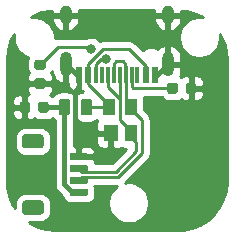
<source format=gtl>
G04 #@! TF.GenerationSoftware,KiCad,Pcbnew,(5.1.0)-1*
G04 #@! TF.CreationDate,2019-04-26T02:02:26-07:00*
G04 #@! TF.ProjectId,daughterboard,64617567-6874-4657-9262-6f6172642e6b,rev?*
G04 #@! TF.SameCoordinates,Original*
G04 #@! TF.FileFunction,Copper,L1,Top*
G04 #@! TF.FilePolarity,Positive*
%FSLAX46Y46*%
G04 Gerber Fmt 4.6, Leading zero omitted, Abs format (unit mm)*
G04 Created by KiCad (PCBNEW (5.1.0)-1) date 2019-04-26 02:02:26*
%MOMM*%
%LPD*%
G04 APERTURE LIST*
%ADD10R,1.200000X1.400000*%
%ADD11R,1.000000X1.400000*%
%ADD12R,0.600000X1.450000*%
%ADD13R,0.300000X1.450000*%
%ADD14O,1.000000X2.100000*%
%ADD15O,1.000000X1.600000*%
%ADD16C,0.100000*%
%ADD17C,0.600000*%
%ADD18C,1.200000*%
%ADD19C,0.875000*%
%ADD20C,0.975000*%
%ADD21C,0.800000*%
%ADD22C,0.381000*%
%ADD23C,0.254000*%
%ADD24C,0.250000*%
G04 APERTURE END LIST*
D10*
X9480000Y-11100000D03*
D11*
X11200000Y-11100000D03*
X11200000Y-8900000D03*
X9300000Y-8900000D03*
D12*
X6775000Y-6195000D03*
X13225000Y-6195000D03*
X7550000Y-6195000D03*
X12450000Y-6195000D03*
D13*
X11750000Y-6195000D03*
X8250000Y-6195000D03*
X11250000Y-6195000D03*
X8750000Y-6195000D03*
X10750000Y-6195000D03*
X9250000Y-6195000D03*
X9750000Y-6195000D03*
X10250000Y-6195000D03*
D14*
X14320000Y-5280000D03*
X5680000Y-5280000D03*
D15*
X14320000Y-1100000D03*
X5680000Y-1100000D03*
D16*
G36*
X7414703Y-12800722D02*
G01*
X7429264Y-12802882D01*
X7443543Y-12806459D01*
X7457403Y-12811418D01*
X7470710Y-12817712D01*
X7483336Y-12825280D01*
X7495159Y-12834048D01*
X7506066Y-12843934D01*
X7515952Y-12854841D01*
X7524720Y-12866664D01*
X7532288Y-12879290D01*
X7538582Y-12892597D01*
X7543541Y-12906457D01*
X7547118Y-12920736D01*
X7549278Y-12935297D01*
X7550000Y-12950000D01*
X7550000Y-13250000D01*
X7549278Y-13264703D01*
X7547118Y-13279264D01*
X7543541Y-13293543D01*
X7538582Y-13307403D01*
X7532288Y-13320710D01*
X7524720Y-13333336D01*
X7515952Y-13345159D01*
X7506066Y-13356066D01*
X7495159Y-13365952D01*
X7483336Y-13374720D01*
X7470710Y-13382288D01*
X7457403Y-13388582D01*
X7443543Y-13393541D01*
X7429264Y-13397118D01*
X7414703Y-13399278D01*
X7400000Y-13400000D01*
X6150000Y-13400000D01*
X6135297Y-13399278D01*
X6120736Y-13397118D01*
X6106457Y-13393541D01*
X6092597Y-13388582D01*
X6079290Y-13382288D01*
X6066664Y-13374720D01*
X6054841Y-13365952D01*
X6043934Y-13356066D01*
X6034048Y-13345159D01*
X6025280Y-13333336D01*
X6017712Y-13320710D01*
X6011418Y-13307403D01*
X6006459Y-13293543D01*
X6002882Y-13279264D01*
X6000722Y-13264703D01*
X6000000Y-13250000D01*
X6000000Y-12950000D01*
X6000722Y-12935297D01*
X6002882Y-12920736D01*
X6006459Y-12906457D01*
X6011418Y-12892597D01*
X6017712Y-12879290D01*
X6025280Y-12866664D01*
X6034048Y-12854841D01*
X6043934Y-12843934D01*
X6054841Y-12834048D01*
X6066664Y-12825280D01*
X6079290Y-12817712D01*
X6092597Y-12811418D01*
X6106457Y-12806459D01*
X6120736Y-12802882D01*
X6135297Y-12800722D01*
X6150000Y-12800000D01*
X7400000Y-12800000D01*
X7414703Y-12800722D01*
X7414703Y-12800722D01*
G37*
D17*
X6775000Y-13100000D03*
D16*
G36*
X7414703Y-13800722D02*
G01*
X7429264Y-13802882D01*
X7443543Y-13806459D01*
X7457403Y-13811418D01*
X7470710Y-13817712D01*
X7483336Y-13825280D01*
X7495159Y-13834048D01*
X7506066Y-13843934D01*
X7515952Y-13854841D01*
X7524720Y-13866664D01*
X7532288Y-13879290D01*
X7538582Y-13892597D01*
X7543541Y-13906457D01*
X7547118Y-13920736D01*
X7549278Y-13935297D01*
X7550000Y-13950000D01*
X7550000Y-14250000D01*
X7549278Y-14264703D01*
X7547118Y-14279264D01*
X7543541Y-14293543D01*
X7538582Y-14307403D01*
X7532288Y-14320710D01*
X7524720Y-14333336D01*
X7515952Y-14345159D01*
X7506066Y-14356066D01*
X7495159Y-14365952D01*
X7483336Y-14374720D01*
X7470710Y-14382288D01*
X7457403Y-14388582D01*
X7443543Y-14393541D01*
X7429264Y-14397118D01*
X7414703Y-14399278D01*
X7400000Y-14400000D01*
X6150000Y-14400000D01*
X6135297Y-14399278D01*
X6120736Y-14397118D01*
X6106457Y-14393541D01*
X6092597Y-14388582D01*
X6079290Y-14382288D01*
X6066664Y-14374720D01*
X6054841Y-14365952D01*
X6043934Y-14356066D01*
X6034048Y-14345159D01*
X6025280Y-14333336D01*
X6017712Y-14320710D01*
X6011418Y-14307403D01*
X6006459Y-14293543D01*
X6002882Y-14279264D01*
X6000722Y-14264703D01*
X6000000Y-14250000D01*
X6000000Y-13950000D01*
X6000722Y-13935297D01*
X6002882Y-13920736D01*
X6006459Y-13906457D01*
X6011418Y-13892597D01*
X6017712Y-13879290D01*
X6025280Y-13866664D01*
X6034048Y-13854841D01*
X6043934Y-13843934D01*
X6054841Y-13834048D01*
X6066664Y-13825280D01*
X6079290Y-13817712D01*
X6092597Y-13811418D01*
X6106457Y-13806459D01*
X6120736Y-13802882D01*
X6135297Y-13800722D01*
X6150000Y-13800000D01*
X7400000Y-13800000D01*
X7414703Y-13800722D01*
X7414703Y-13800722D01*
G37*
D17*
X6775000Y-14100000D03*
D16*
G36*
X7414703Y-14800722D02*
G01*
X7429264Y-14802882D01*
X7443543Y-14806459D01*
X7457403Y-14811418D01*
X7470710Y-14817712D01*
X7483336Y-14825280D01*
X7495159Y-14834048D01*
X7506066Y-14843934D01*
X7515952Y-14854841D01*
X7524720Y-14866664D01*
X7532288Y-14879290D01*
X7538582Y-14892597D01*
X7543541Y-14906457D01*
X7547118Y-14920736D01*
X7549278Y-14935297D01*
X7550000Y-14950000D01*
X7550000Y-15250000D01*
X7549278Y-15264703D01*
X7547118Y-15279264D01*
X7543541Y-15293543D01*
X7538582Y-15307403D01*
X7532288Y-15320710D01*
X7524720Y-15333336D01*
X7515952Y-15345159D01*
X7506066Y-15356066D01*
X7495159Y-15365952D01*
X7483336Y-15374720D01*
X7470710Y-15382288D01*
X7457403Y-15388582D01*
X7443543Y-15393541D01*
X7429264Y-15397118D01*
X7414703Y-15399278D01*
X7400000Y-15400000D01*
X6150000Y-15400000D01*
X6135297Y-15399278D01*
X6120736Y-15397118D01*
X6106457Y-15393541D01*
X6092597Y-15388582D01*
X6079290Y-15382288D01*
X6066664Y-15374720D01*
X6054841Y-15365952D01*
X6043934Y-15356066D01*
X6034048Y-15345159D01*
X6025280Y-15333336D01*
X6017712Y-15320710D01*
X6011418Y-15307403D01*
X6006459Y-15293543D01*
X6002882Y-15279264D01*
X6000722Y-15264703D01*
X6000000Y-15250000D01*
X6000000Y-14950000D01*
X6000722Y-14935297D01*
X6002882Y-14920736D01*
X6006459Y-14906457D01*
X6011418Y-14892597D01*
X6017712Y-14879290D01*
X6025280Y-14866664D01*
X6034048Y-14854841D01*
X6043934Y-14843934D01*
X6054841Y-14834048D01*
X6066664Y-14825280D01*
X6079290Y-14817712D01*
X6092597Y-14811418D01*
X6106457Y-14806459D01*
X6120736Y-14802882D01*
X6135297Y-14800722D01*
X6150000Y-14800000D01*
X7400000Y-14800000D01*
X7414703Y-14800722D01*
X7414703Y-14800722D01*
G37*
D17*
X6775000Y-15100000D03*
D16*
G36*
X7414703Y-15800722D02*
G01*
X7429264Y-15802882D01*
X7443543Y-15806459D01*
X7457403Y-15811418D01*
X7470710Y-15817712D01*
X7483336Y-15825280D01*
X7495159Y-15834048D01*
X7506066Y-15843934D01*
X7515952Y-15854841D01*
X7524720Y-15866664D01*
X7532288Y-15879290D01*
X7538582Y-15892597D01*
X7543541Y-15906457D01*
X7547118Y-15920736D01*
X7549278Y-15935297D01*
X7550000Y-15950000D01*
X7550000Y-16250000D01*
X7549278Y-16264703D01*
X7547118Y-16279264D01*
X7543541Y-16293543D01*
X7538582Y-16307403D01*
X7532288Y-16320710D01*
X7524720Y-16333336D01*
X7515952Y-16345159D01*
X7506066Y-16356066D01*
X7495159Y-16365952D01*
X7483336Y-16374720D01*
X7470710Y-16382288D01*
X7457403Y-16388582D01*
X7443543Y-16393541D01*
X7429264Y-16397118D01*
X7414703Y-16399278D01*
X7400000Y-16400000D01*
X6150000Y-16400000D01*
X6135297Y-16399278D01*
X6120736Y-16397118D01*
X6106457Y-16393541D01*
X6092597Y-16388582D01*
X6079290Y-16382288D01*
X6066664Y-16374720D01*
X6054841Y-16365952D01*
X6043934Y-16356066D01*
X6034048Y-16345159D01*
X6025280Y-16333336D01*
X6017712Y-16320710D01*
X6011418Y-16307403D01*
X6006459Y-16293543D01*
X6002882Y-16279264D01*
X6000722Y-16264703D01*
X6000000Y-16250000D01*
X6000000Y-15950000D01*
X6000722Y-15935297D01*
X6002882Y-15920736D01*
X6006459Y-15906457D01*
X6011418Y-15892597D01*
X6017712Y-15879290D01*
X6025280Y-15866664D01*
X6034048Y-15854841D01*
X6043934Y-15843934D01*
X6054841Y-15834048D01*
X6066664Y-15825280D01*
X6079290Y-15817712D01*
X6092597Y-15811418D01*
X6106457Y-15806459D01*
X6120736Y-15802882D01*
X6135297Y-15800722D01*
X6150000Y-15800000D01*
X7400000Y-15800000D01*
X7414703Y-15800722D01*
X7414703Y-15800722D01*
G37*
D17*
X6775000Y-16100000D03*
D16*
G36*
X3574505Y-11201204D02*
G01*
X3598773Y-11204804D01*
X3622572Y-11210765D01*
X3645671Y-11219030D01*
X3667850Y-11229520D01*
X3688893Y-11242132D01*
X3708599Y-11256747D01*
X3726777Y-11273223D01*
X3743253Y-11291401D01*
X3757868Y-11311107D01*
X3770480Y-11332150D01*
X3780970Y-11354329D01*
X3789235Y-11377428D01*
X3795196Y-11401227D01*
X3798796Y-11425495D01*
X3800000Y-11449999D01*
X3800000Y-12150001D01*
X3798796Y-12174505D01*
X3795196Y-12198773D01*
X3789235Y-12222572D01*
X3780970Y-12245671D01*
X3770480Y-12267850D01*
X3757868Y-12288893D01*
X3743253Y-12308599D01*
X3726777Y-12326777D01*
X3708599Y-12343253D01*
X3688893Y-12357868D01*
X3667850Y-12370480D01*
X3645671Y-12380970D01*
X3622572Y-12389235D01*
X3598773Y-12395196D01*
X3574505Y-12398796D01*
X3550001Y-12400000D01*
X2249999Y-12400000D01*
X2225495Y-12398796D01*
X2201227Y-12395196D01*
X2177428Y-12389235D01*
X2154329Y-12380970D01*
X2132150Y-12370480D01*
X2111107Y-12357868D01*
X2091401Y-12343253D01*
X2073223Y-12326777D01*
X2056747Y-12308599D01*
X2042132Y-12288893D01*
X2029520Y-12267850D01*
X2019030Y-12245671D01*
X2010765Y-12222572D01*
X2004804Y-12198773D01*
X2001204Y-12174505D01*
X2000000Y-12150001D01*
X2000000Y-11449999D01*
X2001204Y-11425495D01*
X2004804Y-11401227D01*
X2010765Y-11377428D01*
X2019030Y-11354329D01*
X2029520Y-11332150D01*
X2042132Y-11311107D01*
X2056747Y-11291401D01*
X2073223Y-11273223D01*
X2091401Y-11256747D01*
X2111107Y-11242132D01*
X2132150Y-11229520D01*
X2154329Y-11219030D01*
X2177428Y-11210765D01*
X2201227Y-11204804D01*
X2225495Y-11201204D01*
X2249999Y-11200000D01*
X3550001Y-11200000D01*
X3574505Y-11201204D01*
X3574505Y-11201204D01*
G37*
D18*
X2900000Y-11800000D03*
D16*
G36*
X3574505Y-16801204D02*
G01*
X3598773Y-16804804D01*
X3622572Y-16810765D01*
X3645671Y-16819030D01*
X3667850Y-16829520D01*
X3688893Y-16842132D01*
X3708599Y-16856747D01*
X3726777Y-16873223D01*
X3743253Y-16891401D01*
X3757868Y-16911107D01*
X3770480Y-16932150D01*
X3780970Y-16954329D01*
X3789235Y-16977428D01*
X3795196Y-17001227D01*
X3798796Y-17025495D01*
X3800000Y-17049999D01*
X3800000Y-17750001D01*
X3798796Y-17774505D01*
X3795196Y-17798773D01*
X3789235Y-17822572D01*
X3780970Y-17845671D01*
X3770480Y-17867850D01*
X3757868Y-17888893D01*
X3743253Y-17908599D01*
X3726777Y-17926777D01*
X3708599Y-17943253D01*
X3688893Y-17957868D01*
X3667850Y-17970480D01*
X3645671Y-17980970D01*
X3622572Y-17989235D01*
X3598773Y-17995196D01*
X3574505Y-17998796D01*
X3550001Y-18000000D01*
X2249999Y-18000000D01*
X2225495Y-17998796D01*
X2201227Y-17995196D01*
X2177428Y-17989235D01*
X2154329Y-17980970D01*
X2132150Y-17970480D01*
X2111107Y-17957868D01*
X2091401Y-17943253D01*
X2073223Y-17926777D01*
X2056747Y-17908599D01*
X2042132Y-17888893D01*
X2029520Y-17867850D01*
X2019030Y-17845671D01*
X2010765Y-17822572D01*
X2004804Y-17798773D01*
X2001204Y-17774505D01*
X2000000Y-17750001D01*
X2000000Y-17049999D01*
X2001204Y-17025495D01*
X2004804Y-17001227D01*
X2010765Y-16977428D01*
X2019030Y-16954329D01*
X2029520Y-16932150D01*
X2042132Y-16911107D01*
X2056747Y-16891401D01*
X2073223Y-16873223D01*
X2091401Y-16856747D01*
X2111107Y-16842132D01*
X2132150Y-16829520D01*
X2154329Y-16819030D01*
X2177428Y-16810765D01*
X2201227Y-16804804D01*
X2225495Y-16801204D01*
X2249999Y-16800000D01*
X3550001Y-16800000D01*
X3574505Y-16801204D01*
X3574505Y-16801204D01*
G37*
D18*
X2900000Y-17400000D03*
D16*
G36*
X4027691Y-8426053D02*
G01*
X4048926Y-8429203D01*
X4069750Y-8434419D01*
X4089962Y-8441651D01*
X4109368Y-8450830D01*
X4127781Y-8461866D01*
X4145024Y-8474654D01*
X4160930Y-8489070D01*
X4175346Y-8504976D01*
X4188134Y-8522219D01*
X4199170Y-8540632D01*
X4208349Y-8560038D01*
X4215581Y-8580250D01*
X4220797Y-8601074D01*
X4223947Y-8622309D01*
X4225000Y-8643750D01*
X4225000Y-9156250D01*
X4223947Y-9177691D01*
X4220797Y-9198926D01*
X4215581Y-9219750D01*
X4208349Y-9239962D01*
X4199170Y-9259368D01*
X4188134Y-9277781D01*
X4175346Y-9295024D01*
X4160930Y-9310930D01*
X4145024Y-9325346D01*
X4127781Y-9338134D01*
X4109368Y-9349170D01*
X4089962Y-9358349D01*
X4069750Y-9365581D01*
X4048926Y-9370797D01*
X4027691Y-9373947D01*
X4006250Y-9375000D01*
X3568750Y-9375000D01*
X3547309Y-9373947D01*
X3526074Y-9370797D01*
X3505250Y-9365581D01*
X3485038Y-9358349D01*
X3465632Y-9349170D01*
X3447219Y-9338134D01*
X3429976Y-9325346D01*
X3414070Y-9310930D01*
X3399654Y-9295024D01*
X3386866Y-9277781D01*
X3375830Y-9259368D01*
X3366651Y-9239962D01*
X3359419Y-9219750D01*
X3354203Y-9198926D01*
X3351053Y-9177691D01*
X3350000Y-9156250D01*
X3350000Y-8643750D01*
X3351053Y-8622309D01*
X3354203Y-8601074D01*
X3359419Y-8580250D01*
X3366651Y-8560038D01*
X3375830Y-8540632D01*
X3386866Y-8522219D01*
X3399654Y-8504976D01*
X3414070Y-8489070D01*
X3429976Y-8474654D01*
X3447219Y-8461866D01*
X3465632Y-8450830D01*
X3485038Y-8441651D01*
X3505250Y-8434419D01*
X3526074Y-8429203D01*
X3547309Y-8426053D01*
X3568750Y-8425000D01*
X4006250Y-8425000D01*
X4027691Y-8426053D01*
X4027691Y-8426053D01*
G37*
D19*
X3787500Y-8900000D03*
D16*
G36*
X2452691Y-8426053D02*
G01*
X2473926Y-8429203D01*
X2494750Y-8434419D01*
X2514962Y-8441651D01*
X2534368Y-8450830D01*
X2552781Y-8461866D01*
X2570024Y-8474654D01*
X2585930Y-8489070D01*
X2600346Y-8504976D01*
X2613134Y-8522219D01*
X2624170Y-8540632D01*
X2633349Y-8560038D01*
X2640581Y-8580250D01*
X2645797Y-8601074D01*
X2648947Y-8622309D01*
X2650000Y-8643750D01*
X2650000Y-9156250D01*
X2648947Y-9177691D01*
X2645797Y-9198926D01*
X2640581Y-9219750D01*
X2633349Y-9239962D01*
X2624170Y-9259368D01*
X2613134Y-9277781D01*
X2600346Y-9295024D01*
X2585930Y-9310930D01*
X2570024Y-9325346D01*
X2552781Y-9338134D01*
X2534368Y-9349170D01*
X2514962Y-9358349D01*
X2494750Y-9365581D01*
X2473926Y-9370797D01*
X2452691Y-9373947D01*
X2431250Y-9375000D01*
X1993750Y-9375000D01*
X1972309Y-9373947D01*
X1951074Y-9370797D01*
X1930250Y-9365581D01*
X1910038Y-9358349D01*
X1890632Y-9349170D01*
X1872219Y-9338134D01*
X1854976Y-9325346D01*
X1839070Y-9310930D01*
X1824654Y-9295024D01*
X1811866Y-9277781D01*
X1800830Y-9259368D01*
X1791651Y-9239962D01*
X1784419Y-9219750D01*
X1779203Y-9198926D01*
X1776053Y-9177691D01*
X1775000Y-9156250D01*
X1775000Y-8643750D01*
X1776053Y-8622309D01*
X1779203Y-8601074D01*
X1784419Y-8580250D01*
X1791651Y-8560038D01*
X1800830Y-8540632D01*
X1811866Y-8522219D01*
X1824654Y-8504976D01*
X1839070Y-8489070D01*
X1854976Y-8474654D01*
X1872219Y-8461866D01*
X1890632Y-8450830D01*
X1910038Y-8441651D01*
X1930250Y-8434419D01*
X1951074Y-8429203D01*
X1972309Y-8426053D01*
X1993750Y-8425000D01*
X2431250Y-8425000D01*
X2452691Y-8426053D01*
X2452691Y-8426053D01*
G37*
D19*
X2212500Y-8900000D03*
D16*
G36*
X7705142Y-8201174D02*
G01*
X7728803Y-8204684D01*
X7752007Y-8210496D01*
X7774529Y-8218554D01*
X7796153Y-8228782D01*
X7816670Y-8241079D01*
X7835883Y-8255329D01*
X7853607Y-8271393D01*
X7869671Y-8289117D01*
X7883921Y-8308330D01*
X7896218Y-8328847D01*
X7906446Y-8350471D01*
X7914504Y-8372993D01*
X7920316Y-8396197D01*
X7923826Y-8419858D01*
X7925000Y-8443750D01*
X7925000Y-9356250D01*
X7923826Y-9380142D01*
X7920316Y-9403803D01*
X7914504Y-9427007D01*
X7906446Y-9449529D01*
X7896218Y-9471153D01*
X7883921Y-9491670D01*
X7869671Y-9510883D01*
X7853607Y-9528607D01*
X7835883Y-9544671D01*
X7816670Y-9558921D01*
X7796153Y-9571218D01*
X7774529Y-9581446D01*
X7752007Y-9589504D01*
X7728803Y-9595316D01*
X7705142Y-9598826D01*
X7681250Y-9600000D01*
X7193750Y-9600000D01*
X7169858Y-9598826D01*
X7146197Y-9595316D01*
X7122993Y-9589504D01*
X7100471Y-9581446D01*
X7078847Y-9571218D01*
X7058330Y-9558921D01*
X7039117Y-9544671D01*
X7021393Y-9528607D01*
X7005329Y-9510883D01*
X6991079Y-9491670D01*
X6978782Y-9471153D01*
X6968554Y-9449529D01*
X6960496Y-9427007D01*
X6954684Y-9403803D01*
X6951174Y-9380142D01*
X6950000Y-9356250D01*
X6950000Y-8443750D01*
X6951174Y-8419858D01*
X6954684Y-8396197D01*
X6960496Y-8372993D01*
X6968554Y-8350471D01*
X6978782Y-8328847D01*
X6991079Y-8308330D01*
X7005329Y-8289117D01*
X7021393Y-8271393D01*
X7039117Y-8255329D01*
X7058330Y-8241079D01*
X7078847Y-8228782D01*
X7100471Y-8218554D01*
X7122993Y-8210496D01*
X7146197Y-8204684D01*
X7169858Y-8201174D01*
X7193750Y-8200000D01*
X7681250Y-8200000D01*
X7705142Y-8201174D01*
X7705142Y-8201174D01*
G37*
D20*
X7437500Y-8900000D03*
D16*
G36*
X5830142Y-8201174D02*
G01*
X5853803Y-8204684D01*
X5877007Y-8210496D01*
X5899529Y-8218554D01*
X5921153Y-8228782D01*
X5941670Y-8241079D01*
X5960883Y-8255329D01*
X5978607Y-8271393D01*
X5994671Y-8289117D01*
X6008921Y-8308330D01*
X6021218Y-8328847D01*
X6031446Y-8350471D01*
X6039504Y-8372993D01*
X6045316Y-8396197D01*
X6048826Y-8419858D01*
X6050000Y-8443750D01*
X6050000Y-9356250D01*
X6048826Y-9380142D01*
X6045316Y-9403803D01*
X6039504Y-9427007D01*
X6031446Y-9449529D01*
X6021218Y-9471153D01*
X6008921Y-9491670D01*
X5994671Y-9510883D01*
X5978607Y-9528607D01*
X5960883Y-9544671D01*
X5941670Y-9558921D01*
X5921153Y-9571218D01*
X5899529Y-9581446D01*
X5877007Y-9589504D01*
X5853803Y-9595316D01*
X5830142Y-9598826D01*
X5806250Y-9600000D01*
X5318750Y-9600000D01*
X5294858Y-9598826D01*
X5271197Y-9595316D01*
X5247993Y-9589504D01*
X5225471Y-9581446D01*
X5203847Y-9571218D01*
X5183330Y-9558921D01*
X5164117Y-9544671D01*
X5146393Y-9528607D01*
X5130329Y-9510883D01*
X5116079Y-9491670D01*
X5103782Y-9471153D01*
X5093554Y-9449529D01*
X5085496Y-9427007D01*
X5079684Y-9403803D01*
X5076174Y-9380142D01*
X5075000Y-9356250D01*
X5075000Y-8443750D01*
X5076174Y-8419858D01*
X5079684Y-8396197D01*
X5085496Y-8372993D01*
X5093554Y-8350471D01*
X5103782Y-8328847D01*
X5116079Y-8308330D01*
X5130329Y-8289117D01*
X5146393Y-8271393D01*
X5164117Y-8255329D01*
X5183330Y-8241079D01*
X5203847Y-8228782D01*
X5225471Y-8218554D01*
X5247993Y-8210496D01*
X5271197Y-8204684D01*
X5294858Y-8201174D01*
X5318750Y-8200000D01*
X5806250Y-8200000D01*
X5830142Y-8201174D01*
X5830142Y-8201174D01*
G37*
D20*
X5562500Y-8900000D03*
D16*
G36*
X16527691Y-6826053D02*
G01*
X16548926Y-6829203D01*
X16569750Y-6834419D01*
X16589962Y-6841651D01*
X16609368Y-6850830D01*
X16627781Y-6861866D01*
X16645024Y-6874654D01*
X16660930Y-6889070D01*
X16675346Y-6904976D01*
X16688134Y-6922219D01*
X16699170Y-6940632D01*
X16708349Y-6960038D01*
X16715581Y-6980250D01*
X16720797Y-7001074D01*
X16723947Y-7022309D01*
X16725000Y-7043750D01*
X16725000Y-7556250D01*
X16723947Y-7577691D01*
X16720797Y-7598926D01*
X16715581Y-7619750D01*
X16708349Y-7639962D01*
X16699170Y-7659368D01*
X16688134Y-7677781D01*
X16675346Y-7695024D01*
X16660930Y-7710930D01*
X16645024Y-7725346D01*
X16627781Y-7738134D01*
X16609368Y-7749170D01*
X16589962Y-7758349D01*
X16569750Y-7765581D01*
X16548926Y-7770797D01*
X16527691Y-7773947D01*
X16506250Y-7775000D01*
X16068750Y-7775000D01*
X16047309Y-7773947D01*
X16026074Y-7770797D01*
X16005250Y-7765581D01*
X15985038Y-7758349D01*
X15965632Y-7749170D01*
X15947219Y-7738134D01*
X15929976Y-7725346D01*
X15914070Y-7710930D01*
X15899654Y-7695024D01*
X15886866Y-7677781D01*
X15875830Y-7659368D01*
X15866651Y-7639962D01*
X15859419Y-7619750D01*
X15854203Y-7598926D01*
X15851053Y-7577691D01*
X15850000Y-7556250D01*
X15850000Y-7043750D01*
X15851053Y-7022309D01*
X15854203Y-7001074D01*
X15859419Y-6980250D01*
X15866651Y-6960038D01*
X15875830Y-6940632D01*
X15886866Y-6922219D01*
X15899654Y-6904976D01*
X15914070Y-6889070D01*
X15929976Y-6874654D01*
X15947219Y-6861866D01*
X15965632Y-6850830D01*
X15985038Y-6841651D01*
X16005250Y-6834419D01*
X16026074Y-6829203D01*
X16047309Y-6826053D01*
X16068750Y-6825000D01*
X16506250Y-6825000D01*
X16527691Y-6826053D01*
X16527691Y-6826053D01*
G37*
D19*
X16287500Y-7300000D03*
D16*
G36*
X14952691Y-6826053D02*
G01*
X14973926Y-6829203D01*
X14994750Y-6834419D01*
X15014962Y-6841651D01*
X15034368Y-6850830D01*
X15052781Y-6861866D01*
X15070024Y-6874654D01*
X15085930Y-6889070D01*
X15100346Y-6904976D01*
X15113134Y-6922219D01*
X15124170Y-6940632D01*
X15133349Y-6960038D01*
X15140581Y-6980250D01*
X15145797Y-7001074D01*
X15148947Y-7022309D01*
X15150000Y-7043750D01*
X15150000Y-7556250D01*
X15148947Y-7577691D01*
X15145797Y-7598926D01*
X15140581Y-7619750D01*
X15133349Y-7639962D01*
X15124170Y-7659368D01*
X15113134Y-7677781D01*
X15100346Y-7695024D01*
X15085930Y-7710930D01*
X15070024Y-7725346D01*
X15052781Y-7738134D01*
X15034368Y-7749170D01*
X15014962Y-7758349D01*
X14994750Y-7765581D01*
X14973926Y-7770797D01*
X14952691Y-7773947D01*
X14931250Y-7775000D01*
X14493750Y-7775000D01*
X14472309Y-7773947D01*
X14451074Y-7770797D01*
X14430250Y-7765581D01*
X14410038Y-7758349D01*
X14390632Y-7749170D01*
X14372219Y-7738134D01*
X14354976Y-7725346D01*
X14339070Y-7710930D01*
X14324654Y-7695024D01*
X14311866Y-7677781D01*
X14300830Y-7659368D01*
X14291651Y-7639962D01*
X14284419Y-7619750D01*
X14279203Y-7598926D01*
X14276053Y-7577691D01*
X14275000Y-7556250D01*
X14275000Y-7043750D01*
X14276053Y-7022309D01*
X14279203Y-7001074D01*
X14284419Y-6980250D01*
X14291651Y-6960038D01*
X14300830Y-6940632D01*
X14311866Y-6922219D01*
X14324654Y-6904976D01*
X14339070Y-6889070D01*
X14354976Y-6874654D01*
X14372219Y-6861866D01*
X14390632Y-6850830D01*
X14410038Y-6841651D01*
X14430250Y-6834419D01*
X14451074Y-6829203D01*
X14472309Y-6826053D01*
X14493750Y-6825000D01*
X14931250Y-6825000D01*
X14952691Y-6826053D01*
X14952691Y-6826053D01*
G37*
D19*
X14712500Y-7300000D03*
D16*
G36*
X3777691Y-4876053D02*
G01*
X3798926Y-4879203D01*
X3819750Y-4884419D01*
X3839962Y-4891651D01*
X3859368Y-4900830D01*
X3877781Y-4911866D01*
X3895024Y-4924654D01*
X3910930Y-4939070D01*
X3925346Y-4954976D01*
X3938134Y-4972219D01*
X3949170Y-4990632D01*
X3958349Y-5010038D01*
X3965581Y-5030250D01*
X3970797Y-5051074D01*
X3973947Y-5072309D01*
X3975000Y-5093750D01*
X3975000Y-5531250D01*
X3973947Y-5552691D01*
X3970797Y-5573926D01*
X3965581Y-5594750D01*
X3958349Y-5614962D01*
X3949170Y-5634368D01*
X3938134Y-5652781D01*
X3925346Y-5670024D01*
X3910930Y-5685930D01*
X3895024Y-5700346D01*
X3877781Y-5713134D01*
X3859368Y-5724170D01*
X3839962Y-5733349D01*
X3819750Y-5740581D01*
X3798926Y-5745797D01*
X3777691Y-5748947D01*
X3756250Y-5750000D01*
X3243750Y-5750000D01*
X3222309Y-5748947D01*
X3201074Y-5745797D01*
X3180250Y-5740581D01*
X3160038Y-5733349D01*
X3140632Y-5724170D01*
X3122219Y-5713134D01*
X3104976Y-5700346D01*
X3089070Y-5685930D01*
X3074654Y-5670024D01*
X3061866Y-5652781D01*
X3050830Y-5634368D01*
X3041651Y-5614962D01*
X3034419Y-5594750D01*
X3029203Y-5573926D01*
X3026053Y-5552691D01*
X3025000Y-5531250D01*
X3025000Y-5093750D01*
X3026053Y-5072309D01*
X3029203Y-5051074D01*
X3034419Y-5030250D01*
X3041651Y-5010038D01*
X3050830Y-4990632D01*
X3061866Y-4972219D01*
X3074654Y-4954976D01*
X3089070Y-4939070D01*
X3104976Y-4924654D01*
X3122219Y-4911866D01*
X3140632Y-4900830D01*
X3160038Y-4891651D01*
X3180250Y-4884419D01*
X3201074Y-4879203D01*
X3222309Y-4876053D01*
X3243750Y-4875000D01*
X3756250Y-4875000D01*
X3777691Y-4876053D01*
X3777691Y-4876053D01*
G37*
D19*
X3500000Y-5312500D03*
D16*
G36*
X3777691Y-6451053D02*
G01*
X3798926Y-6454203D01*
X3819750Y-6459419D01*
X3839962Y-6466651D01*
X3859368Y-6475830D01*
X3877781Y-6486866D01*
X3895024Y-6499654D01*
X3910930Y-6514070D01*
X3925346Y-6529976D01*
X3938134Y-6547219D01*
X3949170Y-6565632D01*
X3958349Y-6585038D01*
X3965581Y-6605250D01*
X3970797Y-6626074D01*
X3973947Y-6647309D01*
X3975000Y-6668750D01*
X3975000Y-7106250D01*
X3973947Y-7127691D01*
X3970797Y-7148926D01*
X3965581Y-7169750D01*
X3958349Y-7189962D01*
X3949170Y-7209368D01*
X3938134Y-7227781D01*
X3925346Y-7245024D01*
X3910930Y-7260930D01*
X3895024Y-7275346D01*
X3877781Y-7288134D01*
X3859368Y-7299170D01*
X3839962Y-7308349D01*
X3819750Y-7315581D01*
X3798926Y-7320797D01*
X3777691Y-7323947D01*
X3756250Y-7325000D01*
X3243750Y-7325000D01*
X3222309Y-7323947D01*
X3201074Y-7320797D01*
X3180250Y-7315581D01*
X3160038Y-7308349D01*
X3140632Y-7299170D01*
X3122219Y-7288134D01*
X3104976Y-7275346D01*
X3089070Y-7260930D01*
X3074654Y-7245024D01*
X3061866Y-7227781D01*
X3050830Y-7209368D01*
X3041651Y-7189962D01*
X3034419Y-7169750D01*
X3029203Y-7148926D01*
X3026053Y-7127691D01*
X3025000Y-7106250D01*
X3025000Y-6668750D01*
X3026053Y-6647309D01*
X3029203Y-6626074D01*
X3034419Y-6605250D01*
X3041651Y-6585038D01*
X3050830Y-6565632D01*
X3061866Y-6547219D01*
X3074654Y-6529976D01*
X3089070Y-6514070D01*
X3104976Y-6499654D01*
X3122219Y-6486866D01*
X3140632Y-6475830D01*
X3160038Y-6466651D01*
X3180250Y-6459419D01*
X3201074Y-6454203D01*
X3222309Y-6451053D01*
X3243750Y-6450000D01*
X3756250Y-6450000D01*
X3777691Y-6451053D01*
X3777691Y-6451053D01*
G37*
D19*
X3500000Y-6887500D03*
D21*
X9100000Y-4800000D03*
X7796202Y-3996202D03*
D22*
X5562500Y-8900000D02*
X3787500Y-8900000D01*
X5562500Y-9700000D02*
X5562500Y-8900000D01*
X5562500Y-15431424D02*
X5562500Y-9700000D01*
X6231076Y-16100000D02*
X5562500Y-15431424D01*
X6775000Y-16100000D02*
X6231076Y-16100000D01*
X7700000Y-11100000D02*
X6500000Y-9900000D01*
X9480000Y-11100000D02*
X7700000Y-11100000D01*
X6775000Y-7301000D02*
X6775000Y-6195000D01*
X6500000Y-7576000D02*
X6775000Y-7301000D01*
X6500000Y-9900000D02*
X6500000Y-7576000D01*
X6595000Y-6195000D02*
X5680000Y-5280000D01*
X6775000Y-6195000D02*
X6595000Y-6195000D01*
X13405000Y-6195000D02*
X14320000Y-5280000D01*
X13225000Y-6195000D02*
X13405000Y-6195000D01*
D23*
X7046400Y-14828600D02*
X10094690Y-14828600D01*
X6775000Y-15100000D02*
X7046400Y-14828600D01*
X11200000Y-9100000D02*
X12100000Y-10000000D01*
X11200000Y-8900000D02*
X11200000Y-9100000D01*
X12100000Y-12823290D02*
X10094690Y-14828600D01*
X12100000Y-10000000D02*
X12100000Y-12823290D01*
X10750000Y-8450000D02*
X11200000Y-8900000D01*
X10750000Y-6195000D02*
X10750000Y-8450000D01*
X10730201Y-5430201D02*
X10730201Y-5230201D01*
X10750000Y-6195000D02*
X10750000Y-5450000D01*
X10750000Y-5450000D02*
X10730201Y-5430201D01*
X10730201Y-5230201D02*
X10500000Y-5000000D01*
X9750000Y-5216000D02*
X9750000Y-6195000D01*
X9966000Y-5000000D02*
X9750000Y-5216000D01*
X10500000Y-5000000D02*
X9966000Y-5000000D01*
X6775000Y-14100000D02*
X7046400Y-14371400D01*
X7046400Y-14371400D02*
X9905310Y-14371400D01*
X11200000Y-11400000D02*
X11642790Y-11842790D01*
X11200000Y-11100000D02*
X11200000Y-11400000D01*
X11642790Y-11842790D02*
X11642790Y-12633908D01*
X9905310Y-14371388D02*
X9905310Y-14371400D01*
X11642790Y-12633908D02*
X9905310Y-14371388D01*
X11200000Y-10900000D02*
X11200000Y-11100000D01*
X10250000Y-9950000D02*
X11200000Y-10900000D01*
X10250000Y-8174000D02*
X10250000Y-8550000D01*
X9250000Y-7174000D02*
X10250000Y-8174000D01*
X9250000Y-6195000D02*
X9250000Y-7174000D01*
X10250000Y-6195000D02*
X10250000Y-8550000D01*
X10250000Y-8550000D02*
X10250000Y-9950000D01*
X11250000Y-7174000D02*
X11376000Y-7300000D01*
X11250000Y-6195000D02*
X11250000Y-7174000D01*
X11376000Y-7300000D02*
X14712500Y-7300000D01*
X8666000Y-4800000D02*
X9100000Y-4800000D01*
X8250000Y-6195000D02*
X8250000Y-5216000D01*
X8250000Y-5216000D02*
X8666000Y-4800000D01*
X7600000Y-3800000D02*
X7796202Y-3996202D01*
X3500000Y-5312500D02*
X5012500Y-3800000D01*
X5012500Y-3800000D02*
X7600000Y-3800000D01*
D24*
X7550000Y-6950000D02*
X7550000Y-6195000D01*
X9300000Y-8700000D02*
X7550000Y-6950000D01*
X9300000Y-8900000D02*
X9300000Y-8700000D01*
X7437500Y-8900000D02*
X9300000Y-8900000D01*
X9400000Y-4000000D02*
X9600000Y-4000000D01*
X12450000Y-5429238D02*
X12450000Y-6195000D01*
X8822236Y-4000000D02*
X9400000Y-4000000D01*
X7550000Y-5272236D02*
X8822236Y-4000000D01*
X7550000Y-6195000D02*
X7550000Y-5272236D01*
X11020762Y-4000000D02*
X12450000Y-5429238D01*
X9400000Y-4000000D02*
X11020762Y-4000000D01*
D23*
G36*
X13185000Y-973000D02*
G01*
X14193000Y-973000D01*
X14193000Y-953000D01*
X14447000Y-953000D01*
X14447000Y-973000D01*
X15455000Y-973000D01*
X15455000Y-732976D01*
X15975465Y-780800D01*
X16688710Y-981956D01*
X17324715Y-1295599D01*
X17170883Y-1265000D01*
X16829117Y-1265000D01*
X16493919Y-1331675D01*
X16178169Y-1462463D01*
X15894002Y-1652337D01*
X15652337Y-1894002D01*
X15462463Y-2178169D01*
X15331675Y-2493919D01*
X15265000Y-2829117D01*
X15265000Y-3170883D01*
X15331675Y-3506081D01*
X15462463Y-3821831D01*
X15652337Y-4105998D01*
X15894002Y-4347663D01*
X16178169Y-4537537D01*
X16493919Y-4668325D01*
X16829117Y-4735000D01*
X17170883Y-4735000D01*
X17506081Y-4668325D01*
X17821831Y-4537537D01*
X18105998Y-4347663D01*
X18347663Y-4105998D01*
X18537537Y-3821831D01*
X18668325Y-3506081D01*
X18735000Y-3170883D01*
X18735000Y-2829117D01*
X18711642Y-2711688D01*
X18845639Y-2924060D01*
X19120250Y-3612379D01*
X19267564Y-4352973D01*
X19290000Y-4781092D01*
X19290001Y-15204943D01*
X19219200Y-15975465D01*
X19018044Y-16688710D01*
X18690272Y-17353366D01*
X18246872Y-17947151D01*
X17702685Y-18450191D01*
X17075940Y-18845639D01*
X16387625Y-19120248D01*
X15647026Y-19267564D01*
X15218908Y-19290000D01*
X4795046Y-19290000D01*
X4024535Y-19219200D01*
X3311290Y-19018044D01*
X2646634Y-18690272D01*
X2576730Y-18638072D01*
X3550001Y-18638072D01*
X3723255Y-18621008D01*
X3889851Y-18570472D01*
X4043387Y-18488405D01*
X4177962Y-18377962D01*
X4288405Y-18243387D01*
X4370472Y-18089851D01*
X4421008Y-17923255D01*
X4438072Y-17750001D01*
X4438072Y-17049999D01*
X4421008Y-16876745D01*
X4370472Y-16710149D01*
X4288405Y-16556613D01*
X4177962Y-16422038D01*
X4043387Y-16311595D01*
X3889851Y-16229528D01*
X3723255Y-16178992D01*
X3550001Y-16161928D01*
X2249999Y-16161928D01*
X2076745Y-16178992D01*
X1910149Y-16229528D01*
X1756613Y-16311595D01*
X1622038Y-16422038D01*
X1511595Y-16556613D01*
X1429528Y-16710149D01*
X1378992Y-16876745D01*
X1361928Y-17049999D01*
X1361928Y-17404913D01*
X1154361Y-17075940D01*
X879752Y-16387625D01*
X732436Y-15647026D01*
X710000Y-15218908D01*
X710000Y-11449999D01*
X1361928Y-11449999D01*
X1361928Y-12150001D01*
X1378992Y-12323255D01*
X1429528Y-12489851D01*
X1511595Y-12643387D01*
X1622038Y-12777962D01*
X1756613Y-12888405D01*
X1910149Y-12970472D01*
X2076745Y-13021008D01*
X2249999Y-13038072D01*
X3550001Y-13038072D01*
X3723255Y-13021008D01*
X3889851Y-12970472D01*
X4043387Y-12888405D01*
X4177962Y-12777962D01*
X4288405Y-12643387D01*
X4370472Y-12489851D01*
X4421008Y-12323255D01*
X4438072Y-12150001D01*
X4438072Y-11449999D01*
X4421008Y-11276745D01*
X4370472Y-11110149D01*
X4288405Y-10956613D01*
X4177962Y-10822038D01*
X4043387Y-10711595D01*
X3889851Y-10629528D01*
X3723255Y-10578992D01*
X3550001Y-10561928D01*
X2249999Y-10561928D01*
X2076745Y-10578992D01*
X1910149Y-10629528D01*
X1756613Y-10711595D01*
X1622038Y-10822038D01*
X1511595Y-10956613D01*
X1429528Y-11110149D01*
X1378992Y-11276745D01*
X1361928Y-11449999D01*
X710000Y-11449999D01*
X710000Y-9375000D01*
X1136928Y-9375000D01*
X1149188Y-9499482D01*
X1185498Y-9619180D01*
X1244463Y-9729494D01*
X1323815Y-9826185D01*
X1420506Y-9905537D01*
X1530820Y-9964502D01*
X1650518Y-10000812D01*
X1775000Y-10013072D01*
X1926750Y-10010000D01*
X2085500Y-9851250D01*
X2085500Y-9027000D01*
X1298750Y-9027000D01*
X1140000Y-9185750D01*
X1136928Y-9375000D01*
X710000Y-9375000D01*
X710000Y-8425000D01*
X1136928Y-8425000D01*
X1140000Y-8614250D01*
X1298750Y-8773000D01*
X2085500Y-8773000D01*
X2085500Y-7948750D01*
X1926750Y-7790000D01*
X1775000Y-7786928D01*
X1650518Y-7799188D01*
X1530820Y-7835498D01*
X1420506Y-7894463D01*
X1323815Y-7973815D01*
X1244463Y-8070506D01*
X1185498Y-8180820D01*
X1149188Y-8300518D01*
X1136928Y-8425000D01*
X710000Y-8425000D01*
X710000Y-4795047D01*
X780800Y-4024535D01*
X981956Y-3311290D01*
X1295599Y-2675285D01*
X1265000Y-2829117D01*
X1265000Y-3170883D01*
X1331675Y-3506081D01*
X1462463Y-3821831D01*
X1652337Y-4105998D01*
X1894002Y-4347663D01*
X2178169Y-4537537D01*
X2493919Y-4668325D01*
X2503287Y-4670188D01*
X2452150Y-4765858D01*
X2403392Y-4926592D01*
X2386928Y-5093750D01*
X2386928Y-5531250D01*
X2403392Y-5698408D01*
X2452150Y-5859142D01*
X2531329Y-6007275D01*
X2549100Y-6028930D01*
X2494463Y-6095506D01*
X2435498Y-6205820D01*
X2399188Y-6325518D01*
X2386928Y-6450000D01*
X2390000Y-6601750D01*
X2548750Y-6760500D01*
X3373000Y-6760500D01*
X3373000Y-6740500D01*
X3627000Y-6740500D01*
X3627000Y-6760500D01*
X4451250Y-6760500D01*
X4610000Y-6601750D01*
X4613072Y-6450000D01*
X4600812Y-6325518D01*
X4564502Y-6205820D01*
X4505537Y-6095506D01*
X4450900Y-6028930D01*
X4468671Y-6007275D01*
X4545000Y-5864474D01*
X4545000Y-5957000D01*
X4591585Y-6175987D01*
X4679997Y-6381678D01*
X4806839Y-6566169D01*
X4967236Y-6722369D01*
X5155024Y-6844276D01*
X5378126Y-6924119D01*
X5553000Y-6797954D01*
X5553000Y-5407000D01*
X5533000Y-5407000D01*
X5533000Y-5153000D01*
X5553000Y-5153000D01*
X5553000Y-5133000D01*
X5807000Y-5133000D01*
X5807000Y-5153000D01*
X5827000Y-5153000D01*
X5827000Y-5407000D01*
X5807000Y-5407000D01*
X5807000Y-6797954D01*
X5837627Y-6820050D01*
X5836928Y-6920000D01*
X5849188Y-7044482D01*
X5885498Y-7164180D01*
X5944463Y-7274494D01*
X6023815Y-7371185D01*
X6120506Y-7450537D01*
X6230820Y-7509502D01*
X6350518Y-7545812D01*
X6475000Y-7558072D01*
X6489250Y-7555000D01*
X6648000Y-7396250D01*
X6648000Y-7122980D01*
X6660498Y-7164180D01*
X6719463Y-7274494D01*
X6798815Y-7371185D01*
X6895506Y-7450537D01*
X7005820Y-7509502D01*
X7019359Y-7513609D01*
X7060750Y-7555000D01*
X7075000Y-7558072D01*
X7082529Y-7557330D01*
X7096687Y-7571488D01*
X7021715Y-7578872D01*
X6856291Y-7629053D01*
X6703836Y-7710542D01*
X6570208Y-7820208D01*
X6500000Y-7905756D01*
X6429792Y-7820208D01*
X6296164Y-7710542D01*
X6143709Y-7629053D01*
X5978285Y-7578872D01*
X5806250Y-7561928D01*
X5318750Y-7561928D01*
X5146715Y-7578872D01*
X4981291Y-7629053D01*
X4828836Y-7710542D01*
X4695208Y-7820208D01*
X4585542Y-7953836D01*
X4562417Y-7997099D01*
X4482275Y-7931329D01*
X4334142Y-7852150D01*
X4333762Y-7852035D01*
X4426185Y-7776185D01*
X4505537Y-7679494D01*
X4564502Y-7569180D01*
X4600812Y-7449482D01*
X4613072Y-7325000D01*
X4610000Y-7173250D01*
X4451250Y-7014500D01*
X3627000Y-7014500D01*
X3627000Y-7034500D01*
X3373000Y-7034500D01*
X3373000Y-7014500D01*
X2548750Y-7014500D01*
X2390000Y-7173250D01*
X2386928Y-7325000D01*
X2399188Y-7449482D01*
X2435498Y-7569180D01*
X2494463Y-7679494D01*
X2573815Y-7776185D01*
X2588424Y-7788175D01*
X2498250Y-7790000D01*
X2339500Y-7948750D01*
X2339500Y-8773000D01*
X2359500Y-8773000D01*
X2359500Y-9027000D01*
X2339500Y-9027000D01*
X2339500Y-9851250D01*
X2498250Y-10010000D01*
X2650000Y-10013072D01*
X2774482Y-10000812D01*
X2894180Y-9964502D01*
X3004494Y-9905537D01*
X3071070Y-9850900D01*
X3092725Y-9868671D01*
X3240858Y-9947850D01*
X3401592Y-9996608D01*
X3568750Y-10013072D01*
X4006250Y-10013072D01*
X4173408Y-9996608D01*
X4334142Y-9947850D01*
X4482275Y-9868671D01*
X4562417Y-9802901D01*
X4585542Y-9846164D01*
X4695208Y-9979792D01*
X4737001Y-10014091D01*
X4737000Y-15390873D01*
X4733006Y-15431424D01*
X4737000Y-15471974D01*
X4737000Y-15471976D01*
X4748944Y-15593249D01*
X4780768Y-15698159D01*
X4796147Y-15748857D01*
X4872801Y-15892266D01*
X4906714Y-15933589D01*
X4975959Y-16017965D01*
X5007466Y-16043822D01*
X5381287Y-16417644D01*
X5421916Y-16551582D01*
X5494742Y-16687829D01*
X5592749Y-16807251D01*
X5712171Y-16905258D01*
X5848418Y-16978084D01*
X5996255Y-17022929D01*
X6150000Y-17038072D01*
X7400000Y-17038072D01*
X7553745Y-17022929D01*
X7701582Y-16978084D01*
X7837829Y-16905258D01*
X7957251Y-16807251D01*
X8055258Y-16687829D01*
X8128084Y-16551582D01*
X8172929Y-16403745D01*
X8188072Y-16250000D01*
X8188072Y-15950000D01*
X8172929Y-15796255D01*
X8128084Y-15648418D01*
X8102204Y-15600000D01*
X8107228Y-15590600D01*
X9986398Y-15590600D01*
X9894002Y-15652337D01*
X9652337Y-15894002D01*
X9462463Y-16178169D01*
X9331675Y-16493919D01*
X9265000Y-16829117D01*
X9265000Y-17170883D01*
X9331675Y-17506081D01*
X9462463Y-17821831D01*
X9652337Y-18105998D01*
X9894002Y-18347663D01*
X10178169Y-18537537D01*
X10493919Y-18668325D01*
X10829117Y-18735000D01*
X11170883Y-18735000D01*
X11506081Y-18668325D01*
X11821831Y-18537537D01*
X12105998Y-18347663D01*
X12347663Y-18105998D01*
X12537537Y-17821831D01*
X12668325Y-17506081D01*
X12735000Y-17170883D01*
X12735000Y-16829117D01*
X12668325Y-16493919D01*
X12537537Y-16178169D01*
X12347663Y-15894002D01*
X12105998Y-15652337D01*
X11821831Y-15462463D01*
X11506081Y-15331675D01*
X11170883Y-15265000D01*
X10829117Y-15265000D01*
X10712779Y-15288141D01*
X12612346Y-13388574D01*
X12641422Y-13364712D01*
X12718696Y-13270553D01*
X12736645Y-13248683D01*
X12783016Y-13161928D01*
X12807402Y-13116305D01*
X12850974Y-12972668D01*
X12862000Y-12860716D01*
X12862000Y-12860713D01*
X12865686Y-12823290D01*
X12862000Y-12785867D01*
X12862000Y-10037422D01*
X12865686Y-9999999D01*
X12861204Y-9954494D01*
X12850974Y-9850622D01*
X12807402Y-9706985D01*
X12736645Y-9574608D01*
X12641422Y-9458578D01*
X12612353Y-9434722D01*
X12338072Y-9160441D01*
X12338072Y-8200000D01*
X12325812Y-8075518D01*
X12321711Y-8062000D01*
X13805723Y-8062000D01*
X13887885Y-8162115D01*
X14017725Y-8268671D01*
X14165858Y-8347850D01*
X14326592Y-8396608D01*
X14493750Y-8413072D01*
X14931250Y-8413072D01*
X15098408Y-8396608D01*
X15259142Y-8347850D01*
X15407275Y-8268671D01*
X15428930Y-8250900D01*
X15495506Y-8305537D01*
X15605820Y-8364502D01*
X15725518Y-8400812D01*
X15850000Y-8413072D01*
X16001750Y-8410000D01*
X16160500Y-8251250D01*
X16160500Y-7427000D01*
X16414500Y-7427000D01*
X16414500Y-8251250D01*
X16573250Y-8410000D01*
X16725000Y-8413072D01*
X16849482Y-8400812D01*
X16969180Y-8364502D01*
X17079494Y-8305537D01*
X17176185Y-8226185D01*
X17255537Y-8129494D01*
X17314502Y-8019180D01*
X17350812Y-7899482D01*
X17363072Y-7775000D01*
X17360000Y-7585750D01*
X17201250Y-7427000D01*
X16414500Y-7427000D01*
X16160500Y-7427000D01*
X16140500Y-7427000D01*
X16140500Y-7173000D01*
X16160500Y-7173000D01*
X16160500Y-6348750D01*
X16414500Y-6348750D01*
X16414500Y-7173000D01*
X17201250Y-7173000D01*
X17360000Y-7014250D01*
X17363072Y-6825000D01*
X17350812Y-6700518D01*
X17314502Y-6580820D01*
X17255537Y-6470506D01*
X17176185Y-6373815D01*
X17079494Y-6294463D01*
X16969180Y-6235498D01*
X16849482Y-6199188D01*
X16725000Y-6186928D01*
X16573250Y-6190000D01*
X16414500Y-6348750D01*
X16160500Y-6348750D01*
X16001750Y-6190000D01*
X15850000Y-6186928D01*
X15725518Y-6199188D01*
X15605820Y-6235498D01*
X15495506Y-6294463D01*
X15428930Y-6349100D01*
X15407275Y-6331329D01*
X15353906Y-6302803D01*
X15408415Y-6175987D01*
X15455000Y-5957000D01*
X15455000Y-5407000D01*
X14447000Y-5407000D01*
X14447000Y-5427000D01*
X14193000Y-5427000D01*
X14193000Y-5407000D01*
X14173000Y-5407000D01*
X14173000Y-5153000D01*
X14193000Y-5153000D01*
X14193000Y-3762046D01*
X14447000Y-3762046D01*
X14447000Y-5153000D01*
X15455000Y-5153000D01*
X15455000Y-4603000D01*
X15408415Y-4384013D01*
X15320003Y-4178322D01*
X15193161Y-3993831D01*
X15032764Y-3837631D01*
X14844976Y-3715724D01*
X14621874Y-3635881D01*
X14447000Y-3762046D01*
X14193000Y-3762046D01*
X14018126Y-3635881D01*
X13795024Y-3715724D01*
X13607236Y-3837631D01*
X13462884Y-3978206D01*
X13344731Y-3899259D01*
X13170022Y-3826892D01*
X12984552Y-3790000D01*
X12795448Y-3790000D01*
X12609978Y-3826892D01*
X12435269Y-3899259D01*
X12278036Y-4004319D01*
X12188959Y-4093396D01*
X11584566Y-3489003D01*
X11560763Y-3459999D01*
X11445038Y-3365026D01*
X11313009Y-3294454D01*
X11169748Y-3250997D01*
X11058095Y-3240000D01*
X11058084Y-3240000D01*
X11020762Y-3236324D01*
X10983440Y-3240000D01*
X8859558Y-3240000D01*
X8822235Y-3236324D01*
X8784912Y-3240000D01*
X8784903Y-3240000D01*
X8673250Y-3250997D01*
X8551607Y-3287896D01*
X8455976Y-3192265D01*
X8286458Y-3078997D01*
X8098100Y-3000976D01*
X7898141Y-2961202D01*
X7694263Y-2961202D01*
X7494304Y-3000976D01*
X7404921Y-3038000D01*
X5049922Y-3038000D01*
X5012499Y-3034314D01*
X4975076Y-3038000D01*
X4975074Y-3038000D01*
X4863122Y-3049026D01*
X4735000Y-3087892D01*
X4735000Y-2829117D01*
X4668325Y-2493919D01*
X4537537Y-2178169D01*
X4347663Y-1894002D01*
X4105998Y-1652337D01*
X3821831Y-1462463D01*
X3506081Y-1331675D01*
X3170883Y-1265000D01*
X2829117Y-1265000D01*
X2711688Y-1288358D01*
X2808934Y-1227000D01*
X4545000Y-1227000D01*
X4545000Y-1527000D01*
X4591585Y-1745987D01*
X4679997Y-1951678D01*
X4806839Y-2136169D01*
X4967236Y-2292369D01*
X5155024Y-2414276D01*
X5378126Y-2494119D01*
X5553000Y-2367954D01*
X5553000Y-1227000D01*
X5807000Y-1227000D01*
X5807000Y-2367954D01*
X5981874Y-2494119D01*
X6204976Y-2414276D01*
X6392764Y-2292369D01*
X6553161Y-2136169D01*
X6680003Y-1951678D01*
X6768415Y-1745987D01*
X6815000Y-1527000D01*
X6815000Y-1227000D01*
X13185000Y-1227000D01*
X13185000Y-1527000D01*
X13231585Y-1745987D01*
X13319997Y-1951678D01*
X13446839Y-2136169D01*
X13607236Y-2292369D01*
X13795024Y-2414276D01*
X14018126Y-2494119D01*
X14193000Y-2367954D01*
X14193000Y-1227000D01*
X14447000Y-1227000D01*
X14447000Y-2367954D01*
X14621874Y-2494119D01*
X14844976Y-2414276D01*
X15032764Y-2292369D01*
X15193161Y-2136169D01*
X15320003Y-1951678D01*
X15408415Y-1745987D01*
X15455000Y-1527000D01*
X15455000Y-1227000D01*
X14447000Y-1227000D01*
X14193000Y-1227000D01*
X13185000Y-1227000D01*
X6815000Y-1227000D01*
X5807000Y-1227000D01*
X5553000Y-1227000D01*
X4545000Y-1227000D01*
X2808934Y-1227000D01*
X2924060Y-1154361D01*
X3612379Y-879750D01*
X4352973Y-732436D01*
X4545000Y-722373D01*
X4545000Y-973000D01*
X5553000Y-973000D01*
X5553000Y-953000D01*
X5807000Y-953000D01*
X5807000Y-973000D01*
X6815000Y-973000D01*
X6815000Y-710000D01*
X13185000Y-710000D01*
X13185000Y-973000D01*
X13185000Y-973000D01*
G37*
X13185000Y-973000D02*
X14193000Y-973000D01*
X14193000Y-953000D01*
X14447000Y-953000D01*
X14447000Y-973000D01*
X15455000Y-973000D01*
X15455000Y-732976D01*
X15975465Y-780800D01*
X16688710Y-981956D01*
X17324715Y-1295599D01*
X17170883Y-1265000D01*
X16829117Y-1265000D01*
X16493919Y-1331675D01*
X16178169Y-1462463D01*
X15894002Y-1652337D01*
X15652337Y-1894002D01*
X15462463Y-2178169D01*
X15331675Y-2493919D01*
X15265000Y-2829117D01*
X15265000Y-3170883D01*
X15331675Y-3506081D01*
X15462463Y-3821831D01*
X15652337Y-4105998D01*
X15894002Y-4347663D01*
X16178169Y-4537537D01*
X16493919Y-4668325D01*
X16829117Y-4735000D01*
X17170883Y-4735000D01*
X17506081Y-4668325D01*
X17821831Y-4537537D01*
X18105998Y-4347663D01*
X18347663Y-4105998D01*
X18537537Y-3821831D01*
X18668325Y-3506081D01*
X18735000Y-3170883D01*
X18735000Y-2829117D01*
X18711642Y-2711688D01*
X18845639Y-2924060D01*
X19120250Y-3612379D01*
X19267564Y-4352973D01*
X19290000Y-4781092D01*
X19290001Y-15204943D01*
X19219200Y-15975465D01*
X19018044Y-16688710D01*
X18690272Y-17353366D01*
X18246872Y-17947151D01*
X17702685Y-18450191D01*
X17075940Y-18845639D01*
X16387625Y-19120248D01*
X15647026Y-19267564D01*
X15218908Y-19290000D01*
X4795046Y-19290000D01*
X4024535Y-19219200D01*
X3311290Y-19018044D01*
X2646634Y-18690272D01*
X2576730Y-18638072D01*
X3550001Y-18638072D01*
X3723255Y-18621008D01*
X3889851Y-18570472D01*
X4043387Y-18488405D01*
X4177962Y-18377962D01*
X4288405Y-18243387D01*
X4370472Y-18089851D01*
X4421008Y-17923255D01*
X4438072Y-17750001D01*
X4438072Y-17049999D01*
X4421008Y-16876745D01*
X4370472Y-16710149D01*
X4288405Y-16556613D01*
X4177962Y-16422038D01*
X4043387Y-16311595D01*
X3889851Y-16229528D01*
X3723255Y-16178992D01*
X3550001Y-16161928D01*
X2249999Y-16161928D01*
X2076745Y-16178992D01*
X1910149Y-16229528D01*
X1756613Y-16311595D01*
X1622038Y-16422038D01*
X1511595Y-16556613D01*
X1429528Y-16710149D01*
X1378992Y-16876745D01*
X1361928Y-17049999D01*
X1361928Y-17404913D01*
X1154361Y-17075940D01*
X879752Y-16387625D01*
X732436Y-15647026D01*
X710000Y-15218908D01*
X710000Y-11449999D01*
X1361928Y-11449999D01*
X1361928Y-12150001D01*
X1378992Y-12323255D01*
X1429528Y-12489851D01*
X1511595Y-12643387D01*
X1622038Y-12777962D01*
X1756613Y-12888405D01*
X1910149Y-12970472D01*
X2076745Y-13021008D01*
X2249999Y-13038072D01*
X3550001Y-13038072D01*
X3723255Y-13021008D01*
X3889851Y-12970472D01*
X4043387Y-12888405D01*
X4177962Y-12777962D01*
X4288405Y-12643387D01*
X4370472Y-12489851D01*
X4421008Y-12323255D01*
X4438072Y-12150001D01*
X4438072Y-11449999D01*
X4421008Y-11276745D01*
X4370472Y-11110149D01*
X4288405Y-10956613D01*
X4177962Y-10822038D01*
X4043387Y-10711595D01*
X3889851Y-10629528D01*
X3723255Y-10578992D01*
X3550001Y-10561928D01*
X2249999Y-10561928D01*
X2076745Y-10578992D01*
X1910149Y-10629528D01*
X1756613Y-10711595D01*
X1622038Y-10822038D01*
X1511595Y-10956613D01*
X1429528Y-11110149D01*
X1378992Y-11276745D01*
X1361928Y-11449999D01*
X710000Y-11449999D01*
X710000Y-9375000D01*
X1136928Y-9375000D01*
X1149188Y-9499482D01*
X1185498Y-9619180D01*
X1244463Y-9729494D01*
X1323815Y-9826185D01*
X1420506Y-9905537D01*
X1530820Y-9964502D01*
X1650518Y-10000812D01*
X1775000Y-10013072D01*
X1926750Y-10010000D01*
X2085500Y-9851250D01*
X2085500Y-9027000D01*
X1298750Y-9027000D01*
X1140000Y-9185750D01*
X1136928Y-9375000D01*
X710000Y-9375000D01*
X710000Y-8425000D01*
X1136928Y-8425000D01*
X1140000Y-8614250D01*
X1298750Y-8773000D01*
X2085500Y-8773000D01*
X2085500Y-7948750D01*
X1926750Y-7790000D01*
X1775000Y-7786928D01*
X1650518Y-7799188D01*
X1530820Y-7835498D01*
X1420506Y-7894463D01*
X1323815Y-7973815D01*
X1244463Y-8070506D01*
X1185498Y-8180820D01*
X1149188Y-8300518D01*
X1136928Y-8425000D01*
X710000Y-8425000D01*
X710000Y-4795047D01*
X780800Y-4024535D01*
X981956Y-3311290D01*
X1295599Y-2675285D01*
X1265000Y-2829117D01*
X1265000Y-3170883D01*
X1331675Y-3506081D01*
X1462463Y-3821831D01*
X1652337Y-4105998D01*
X1894002Y-4347663D01*
X2178169Y-4537537D01*
X2493919Y-4668325D01*
X2503287Y-4670188D01*
X2452150Y-4765858D01*
X2403392Y-4926592D01*
X2386928Y-5093750D01*
X2386928Y-5531250D01*
X2403392Y-5698408D01*
X2452150Y-5859142D01*
X2531329Y-6007275D01*
X2549100Y-6028930D01*
X2494463Y-6095506D01*
X2435498Y-6205820D01*
X2399188Y-6325518D01*
X2386928Y-6450000D01*
X2390000Y-6601750D01*
X2548750Y-6760500D01*
X3373000Y-6760500D01*
X3373000Y-6740500D01*
X3627000Y-6740500D01*
X3627000Y-6760500D01*
X4451250Y-6760500D01*
X4610000Y-6601750D01*
X4613072Y-6450000D01*
X4600812Y-6325518D01*
X4564502Y-6205820D01*
X4505537Y-6095506D01*
X4450900Y-6028930D01*
X4468671Y-6007275D01*
X4545000Y-5864474D01*
X4545000Y-5957000D01*
X4591585Y-6175987D01*
X4679997Y-6381678D01*
X4806839Y-6566169D01*
X4967236Y-6722369D01*
X5155024Y-6844276D01*
X5378126Y-6924119D01*
X5553000Y-6797954D01*
X5553000Y-5407000D01*
X5533000Y-5407000D01*
X5533000Y-5153000D01*
X5553000Y-5153000D01*
X5553000Y-5133000D01*
X5807000Y-5133000D01*
X5807000Y-5153000D01*
X5827000Y-5153000D01*
X5827000Y-5407000D01*
X5807000Y-5407000D01*
X5807000Y-6797954D01*
X5837627Y-6820050D01*
X5836928Y-6920000D01*
X5849188Y-7044482D01*
X5885498Y-7164180D01*
X5944463Y-7274494D01*
X6023815Y-7371185D01*
X6120506Y-7450537D01*
X6230820Y-7509502D01*
X6350518Y-7545812D01*
X6475000Y-7558072D01*
X6489250Y-7555000D01*
X6648000Y-7396250D01*
X6648000Y-7122980D01*
X6660498Y-7164180D01*
X6719463Y-7274494D01*
X6798815Y-7371185D01*
X6895506Y-7450537D01*
X7005820Y-7509502D01*
X7019359Y-7513609D01*
X7060750Y-7555000D01*
X7075000Y-7558072D01*
X7082529Y-7557330D01*
X7096687Y-7571488D01*
X7021715Y-7578872D01*
X6856291Y-7629053D01*
X6703836Y-7710542D01*
X6570208Y-7820208D01*
X6500000Y-7905756D01*
X6429792Y-7820208D01*
X6296164Y-7710542D01*
X6143709Y-7629053D01*
X5978285Y-7578872D01*
X5806250Y-7561928D01*
X5318750Y-7561928D01*
X5146715Y-7578872D01*
X4981291Y-7629053D01*
X4828836Y-7710542D01*
X4695208Y-7820208D01*
X4585542Y-7953836D01*
X4562417Y-7997099D01*
X4482275Y-7931329D01*
X4334142Y-7852150D01*
X4333762Y-7852035D01*
X4426185Y-7776185D01*
X4505537Y-7679494D01*
X4564502Y-7569180D01*
X4600812Y-7449482D01*
X4613072Y-7325000D01*
X4610000Y-7173250D01*
X4451250Y-7014500D01*
X3627000Y-7014500D01*
X3627000Y-7034500D01*
X3373000Y-7034500D01*
X3373000Y-7014500D01*
X2548750Y-7014500D01*
X2390000Y-7173250D01*
X2386928Y-7325000D01*
X2399188Y-7449482D01*
X2435498Y-7569180D01*
X2494463Y-7679494D01*
X2573815Y-7776185D01*
X2588424Y-7788175D01*
X2498250Y-7790000D01*
X2339500Y-7948750D01*
X2339500Y-8773000D01*
X2359500Y-8773000D01*
X2359500Y-9027000D01*
X2339500Y-9027000D01*
X2339500Y-9851250D01*
X2498250Y-10010000D01*
X2650000Y-10013072D01*
X2774482Y-10000812D01*
X2894180Y-9964502D01*
X3004494Y-9905537D01*
X3071070Y-9850900D01*
X3092725Y-9868671D01*
X3240858Y-9947850D01*
X3401592Y-9996608D01*
X3568750Y-10013072D01*
X4006250Y-10013072D01*
X4173408Y-9996608D01*
X4334142Y-9947850D01*
X4482275Y-9868671D01*
X4562417Y-9802901D01*
X4585542Y-9846164D01*
X4695208Y-9979792D01*
X4737001Y-10014091D01*
X4737000Y-15390873D01*
X4733006Y-15431424D01*
X4737000Y-15471974D01*
X4737000Y-15471976D01*
X4748944Y-15593249D01*
X4780768Y-15698159D01*
X4796147Y-15748857D01*
X4872801Y-15892266D01*
X4906714Y-15933589D01*
X4975959Y-16017965D01*
X5007466Y-16043822D01*
X5381287Y-16417644D01*
X5421916Y-16551582D01*
X5494742Y-16687829D01*
X5592749Y-16807251D01*
X5712171Y-16905258D01*
X5848418Y-16978084D01*
X5996255Y-17022929D01*
X6150000Y-17038072D01*
X7400000Y-17038072D01*
X7553745Y-17022929D01*
X7701582Y-16978084D01*
X7837829Y-16905258D01*
X7957251Y-16807251D01*
X8055258Y-16687829D01*
X8128084Y-16551582D01*
X8172929Y-16403745D01*
X8188072Y-16250000D01*
X8188072Y-15950000D01*
X8172929Y-15796255D01*
X8128084Y-15648418D01*
X8102204Y-15600000D01*
X8107228Y-15590600D01*
X9986398Y-15590600D01*
X9894002Y-15652337D01*
X9652337Y-15894002D01*
X9462463Y-16178169D01*
X9331675Y-16493919D01*
X9265000Y-16829117D01*
X9265000Y-17170883D01*
X9331675Y-17506081D01*
X9462463Y-17821831D01*
X9652337Y-18105998D01*
X9894002Y-18347663D01*
X10178169Y-18537537D01*
X10493919Y-18668325D01*
X10829117Y-18735000D01*
X11170883Y-18735000D01*
X11506081Y-18668325D01*
X11821831Y-18537537D01*
X12105998Y-18347663D01*
X12347663Y-18105998D01*
X12537537Y-17821831D01*
X12668325Y-17506081D01*
X12735000Y-17170883D01*
X12735000Y-16829117D01*
X12668325Y-16493919D01*
X12537537Y-16178169D01*
X12347663Y-15894002D01*
X12105998Y-15652337D01*
X11821831Y-15462463D01*
X11506081Y-15331675D01*
X11170883Y-15265000D01*
X10829117Y-15265000D01*
X10712779Y-15288141D01*
X12612346Y-13388574D01*
X12641422Y-13364712D01*
X12718696Y-13270553D01*
X12736645Y-13248683D01*
X12783016Y-13161928D01*
X12807402Y-13116305D01*
X12850974Y-12972668D01*
X12862000Y-12860716D01*
X12862000Y-12860713D01*
X12865686Y-12823290D01*
X12862000Y-12785867D01*
X12862000Y-10037422D01*
X12865686Y-9999999D01*
X12861204Y-9954494D01*
X12850974Y-9850622D01*
X12807402Y-9706985D01*
X12736645Y-9574608D01*
X12641422Y-9458578D01*
X12612353Y-9434722D01*
X12338072Y-9160441D01*
X12338072Y-8200000D01*
X12325812Y-8075518D01*
X12321711Y-8062000D01*
X13805723Y-8062000D01*
X13887885Y-8162115D01*
X14017725Y-8268671D01*
X14165858Y-8347850D01*
X14326592Y-8396608D01*
X14493750Y-8413072D01*
X14931250Y-8413072D01*
X15098408Y-8396608D01*
X15259142Y-8347850D01*
X15407275Y-8268671D01*
X15428930Y-8250900D01*
X15495506Y-8305537D01*
X15605820Y-8364502D01*
X15725518Y-8400812D01*
X15850000Y-8413072D01*
X16001750Y-8410000D01*
X16160500Y-8251250D01*
X16160500Y-7427000D01*
X16414500Y-7427000D01*
X16414500Y-8251250D01*
X16573250Y-8410000D01*
X16725000Y-8413072D01*
X16849482Y-8400812D01*
X16969180Y-8364502D01*
X17079494Y-8305537D01*
X17176185Y-8226185D01*
X17255537Y-8129494D01*
X17314502Y-8019180D01*
X17350812Y-7899482D01*
X17363072Y-7775000D01*
X17360000Y-7585750D01*
X17201250Y-7427000D01*
X16414500Y-7427000D01*
X16160500Y-7427000D01*
X16140500Y-7427000D01*
X16140500Y-7173000D01*
X16160500Y-7173000D01*
X16160500Y-6348750D01*
X16414500Y-6348750D01*
X16414500Y-7173000D01*
X17201250Y-7173000D01*
X17360000Y-7014250D01*
X17363072Y-6825000D01*
X17350812Y-6700518D01*
X17314502Y-6580820D01*
X17255537Y-6470506D01*
X17176185Y-6373815D01*
X17079494Y-6294463D01*
X16969180Y-6235498D01*
X16849482Y-6199188D01*
X16725000Y-6186928D01*
X16573250Y-6190000D01*
X16414500Y-6348750D01*
X16160500Y-6348750D01*
X16001750Y-6190000D01*
X15850000Y-6186928D01*
X15725518Y-6199188D01*
X15605820Y-6235498D01*
X15495506Y-6294463D01*
X15428930Y-6349100D01*
X15407275Y-6331329D01*
X15353906Y-6302803D01*
X15408415Y-6175987D01*
X15455000Y-5957000D01*
X15455000Y-5407000D01*
X14447000Y-5407000D01*
X14447000Y-5427000D01*
X14193000Y-5427000D01*
X14193000Y-5407000D01*
X14173000Y-5407000D01*
X14173000Y-5153000D01*
X14193000Y-5153000D01*
X14193000Y-3762046D01*
X14447000Y-3762046D01*
X14447000Y-5153000D01*
X15455000Y-5153000D01*
X15455000Y-4603000D01*
X15408415Y-4384013D01*
X15320003Y-4178322D01*
X15193161Y-3993831D01*
X15032764Y-3837631D01*
X14844976Y-3715724D01*
X14621874Y-3635881D01*
X14447000Y-3762046D01*
X14193000Y-3762046D01*
X14018126Y-3635881D01*
X13795024Y-3715724D01*
X13607236Y-3837631D01*
X13462884Y-3978206D01*
X13344731Y-3899259D01*
X13170022Y-3826892D01*
X12984552Y-3790000D01*
X12795448Y-3790000D01*
X12609978Y-3826892D01*
X12435269Y-3899259D01*
X12278036Y-4004319D01*
X12188959Y-4093396D01*
X11584566Y-3489003D01*
X11560763Y-3459999D01*
X11445038Y-3365026D01*
X11313009Y-3294454D01*
X11169748Y-3250997D01*
X11058095Y-3240000D01*
X11058084Y-3240000D01*
X11020762Y-3236324D01*
X10983440Y-3240000D01*
X8859558Y-3240000D01*
X8822235Y-3236324D01*
X8784912Y-3240000D01*
X8784903Y-3240000D01*
X8673250Y-3250997D01*
X8551607Y-3287896D01*
X8455976Y-3192265D01*
X8286458Y-3078997D01*
X8098100Y-3000976D01*
X7898141Y-2961202D01*
X7694263Y-2961202D01*
X7494304Y-3000976D01*
X7404921Y-3038000D01*
X5049922Y-3038000D01*
X5012499Y-3034314D01*
X4975076Y-3038000D01*
X4975074Y-3038000D01*
X4863122Y-3049026D01*
X4735000Y-3087892D01*
X4735000Y-2829117D01*
X4668325Y-2493919D01*
X4537537Y-2178169D01*
X4347663Y-1894002D01*
X4105998Y-1652337D01*
X3821831Y-1462463D01*
X3506081Y-1331675D01*
X3170883Y-1265000D01*
X2829117Y-1265000D01*
X2711688Y-1288358D01*
X2808934Y-1227000D01*
X4545000Y-1227000D01*
X4545000Y-1527000D01*
X4591585Y-1745987D01*
X4679997Y-1951678D01*
X4806839Y-2136169D01*
X4967236Y-2292369D01*
X5155024Y-2414276D01*
X5378126Y-2494119D01*
X5553000Y-2367954D01*
X5553000Y-1227000D01*
X5807000Y-1227000D01*
X5807000Y-2367954D01*
X5981874Y-2494119D01*
X6204976Y-2414276D01*
X6392764Y-2292369D01*
X6553161Y-2136169D01*
X6680003Y-1951678D01*
X6768415Y-1745987D01*
X6815000Y-1527000D01*
X6815000Y-1227000D01*
X13185000Y-1227000D01*
X13185000Y-1527000D01*
X13231585Y-1745987D01*
X13319997Y-1951678D01*
X13446839Y-2136169D01*
X13607236Y-2292369D01*
X13795024Y-2414276D01*
X14018126Y-2494119D01*
X14193000Y-2367954D01*
X14193000Y-1227000D01*
X14447000Y-1227000D01*
X14447000Y-2367954D01*
X14621874Y-2494119D01*
X14844976Y-2414276D01*
X15032764Y-2292369D01*
X15193161Y-2136169D01*
X15320003Y-1951678D01*
X15408415Y-1745987D01*
X15455000Y-1527000D01*
X15455000Y-1227000D01*
X14447000Y-1227000D01*
X14193000Y-1227000D01*
X13185000Y-1227000D01*
X6815000Y-1227000D01*
X5807000Y-1227000D01*
X5553000Y-1227000D01*
X4545000Y-1227000D01*
X2808934Y-1227000D01*
X2924060Y-1154361D01*
X3612379Y-879750D01*
X4352973Y-732436D01*
X4545000Y-722373D01*
X4545000Y-973000D01*
X5553000Y-973000D01*
X5553000Y-953000D01*
X5807000Y-953000D01*
X5807000Y-973000D01*
X6815000Y-973000D01*
X6815000Y-710000D01*
X13185000Y-710000D01*
X13185000Y-973000D01*
G36*
X6570208Y-9979792D02*
G01*
X6703836Y-10089458D01*
X6856291Y-10170947D01*
X7021715Y-10221128D01*
X7193750Y-10238072D01*
X7681250Y-10238072D01*
X7853285Y-10221128D01*
X8018709Y-10170947D01*
X8171164Y-10089458D01*
X8296087Y-9986936D01*
X8347369Y-10049423D01*
X8290498Y-10155820D01*
X8254188Y-10275518D01*
X8241928Y-10400000D01*
X8245000Y-10814250D01*
X8403750Y-10973000D01*
X9353000Y-10973000D01*
X9353000Y-10953000D01*
X9607000Y-10953000D01*
X9607000Y-10973000D01*
X9627000Y-10973000D01*
X9627000Y-11227000D01*
X9607000Y-11227000D01*
X9607000Y-12276250D01*
X9765750Y-12435000D01*
X10080000Y-12438072D01*
X10204482Y-12425812D01*
X10324180Y-12389502D01*
X10390000Y-12354320D01*
X10455820Y-12389502D01*
X10575518Y-12425812D01*
X10700000Y-12438072D01*
X10760995Y-12438072D01*
X9589668Y-13609400D01*
X8150052Y-13609400D01*
X8175812Y-13524482D01*
X8188072Y-13400000D01*
X8185000Y-13385750D01*
X8026250Y-13227000D01*
X7711093Y-13227000D01*
X7701582Y-13221916D01*
X7553745Y-13177071D01*
X7400000Y-13161928D01*
X6628000Y-13161928D01*
X6628000Y-12973000D01*
X6648000Y-12973000D01*
X6648000Y-12323750D01*
X6902000Y-12323750D01*
X6902000Y-12973000D01*
X8026250Y-12973000D01*
X8185000Y-12814250D01*
X8188072Y-12800000D01*
X8175812Y-12675518D01*
X8139502Y-12555820D01*
X8080537Y-12445506D01*
X8001185Y-12348815D01*
X7904494Y-12269463D01*
X7794180Y-12210498D01*
X7674482Y-12174188D01*
X7550000Y-12161928D01*
X7060750Y-12165000D01*
X6902000Y-12323750D01*
X6648000Y-12323750D01*
X6489250Y-12165000D01*
X6388000Y-12164364D01*
X6388000Y-11800000D01*
X8241928Y-11800000D01*
X8254188Y-11924482D01*
X8290498Y-12044180D01*
X8349463Y-12154494D01*
X8428815Y-12251185D01*
X8525506Y-12330537D01*
X8635820Y-12389502D01*
X8755518Y-12425812D01*
X8880000Y-12438072D01*
X9194250Y-12435000D01*
X9353000Y-12276250D01*
X9353000Y-11227000D01*
X8403750Y-11227000D01*
X8245000Y-11385750D01*
X8241928Y-11800000D01*
X6388000Y-11800000D01*
X6388000Y-10014090D01*
X6429792Y-9979792D01*
X6500000Y-9894244D01*
X6570208Y-9979792D01*
X6570208Y-9979792D01*
G37*
X6570208Y-9979792D02*
X6703836Y-10089458D01*
X6856291Y-10170947D01*
X7021715Y-10221128D01*
X7193750Y-10238072D01*
X7681250Y-10238072D01*
X7853285Y-10221128D01*
X8018709Y-10170947D01*
X8171164Y-10089458D01*
X8296087Y-9986936D01*
X8347369Y-10049423D01*
X8290498Y-10155820D01*
X8254188Y-10275518D01*
X8241928Y-10400000D01*
X8245000Y-10814250D01*
X8403750Y-10973000D01*
X9353000Y-10973000D01*
X9353000Y-10953000D01*
X9607000Y-10953000D01*
X9607000Y-10973000D01*
X9627000Y-10973000D01*
X9627000Y-11227000D01*
X9607000Y-11227000D01*
X9607000Y-12276250D01*
X9765750Y-12435000D01*
X10080000Y-12438072D01*
X10204482Y-12425812D01*
X10324180Y-12389502D01*
X10390000Y-12354320D01*
X10455820Y-12389502D01*
X10575518Y-12425812D01*
X10700000Y-12438072D01*
X10760995Y-12438072D01*
X9589668Y-13609400D01*
X8150052Y-13609400D01*
X8175812Y-13524482D01*
X8188072Y-13400000D01*
X8185000Y-13385750D01*
X8026250Y-13227000D01*
X7711093Y-13227000D01*
X7701582Y-13221916D01*
X7553745Y-13177071D01*
X7400000Y-13161928D01*
X6628000Y-13161928D01*
X6628000Y-12973000D01*
X6648000Y-12973000D01*
X6648000Y-12323750D01*
X6902000Y-12323750D01*
X6902000Y-12973000D01*
X8026250Y-12973000D01*
X8185000Y-12814250D01*
X8188072Y-12800000D01*
X8175812Y-12675518D01*
X8139502Y-12555820D01*
X8080537Y-12445506D01*
X8001185Y-12348815D01*
X7904494Y-12269463D01*
X7794180Y-12210498D01*
X7674482Y-12174188D01*
X7550000Y-12161928D01*
X7060750Y-12165000D01*
X6902000Y-12323750D01*
X6648000Y-12323750D01*
X6489250Y-12165000D01*
X6388000Y-12164364D01*
X6388000Y-11800000D01*
X8241928Y-11800000D01*
X8254188Y-11924482D01*
X8290498Y-12044180D01*
X8349463Y-12154494D01*
X8428815Y-12251185D01*
X8525506Y-12330537D01*
X8635820Y-12389502D01*
X8755518Y-12425812D01*
X8880000Y-12438072D01*
X9194250Y-12435000D01*
X9353000Y-12276250D01*
X9353000Y-11227000D01*
X8403750Y-11227000D01*
X8245000Y-11385750D01*
X8241928Y-11800000D01*
X6388000Y-11800000D01*
X6388000Y-10014090D01*
X6429792Y-9979792D01*
X6500000Y-9894244D01*
X6570208Y-9979792D01*
M02*

</source>
